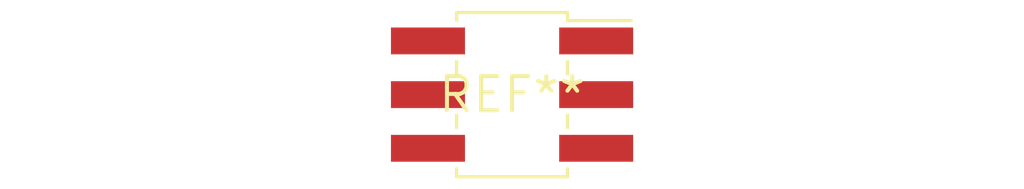
<source format=kicad_pcb>
(kicad_pcb (version 20240108) (generator pcbnew)
  (layers (0 "F.Cu" signal) (31 "B.Cu" signal) (34 "B.Paste" user) (35 "F.Paste" user) (36 "B.SilkS" user "B.Silkscreen") (37 "F.SilkS" user "F.Silkscreen") (38 "B.Mask" user) (39 "F.Mask" user) (44 "Edge.Cuts" user))
  (net 0 "")
  (footprint "PinSocket_2x03_P2.00mm_Vertical_SMD" (layer "F.Cu") (at 0 0)
    (property "Reference" "REF**")
    (property "Value" "PinSocket_2x03_P2.00mm_Vertical_SMD")
    (fp_line (start -2.06 -3.06) (end -2.06 -2.76) (layer "F.SilkS") (stroke (width 0.12)))
    (fp_line (start -2.06 -3.06) (end 2.06 -3.06) (layer "F.SilkS") (stroke (width 0.12)))
    (fp_line (start -2.06 -1.24) (end -2.06 -0.76) (layer "F.SilkS") (stroke (width 0.12)))
    (fp_line (start -2.06 0.76) (end -2.06 1.24) (layer "F.SilkS") (stroke (width 0.12)))
    (fp_line (start -2.06 2.76) (end -2.06 3.06) (layer "F.SilkS") (stroke (width 0.12)))
    (fp_line (start -2.06 3.06) (end 2.06 3.06) (layer "F.SilkS") (stroke (width 0.12)))
    (fp_line (start 2.06 -3.06) (end 2.06 -2.76) (layer "F.SilkS") (stroke (width 0.12)))
    (fp_line (start 2.06 -2.76) (end 4.44 -2.76) (layer "F.SilkS") (stroke (width 0.12)))
    (fp_line (start 2.06 -1.24) (end 2.06 -0.76) (layer "F.SilkS") (stroke (width 0.12)))
    (fp_line (start 2.06 0.76) (end 2.06 1.24) (layer "F.SilkS") (stroke (width 0.12)))
    (fp_line (start 2.06 2.76) (end 2.06 3.06) (layer "F.SilkS") (stroke (width 0.12)))
    (pad "1" smd rect (at 3.125 -2) (size 2.75 1) (layers "F.Cu" "F.Paste" "F.Mask"))
    (pad "2" smd rect (at -3.125 -2) (size 2.75 1) (layers "F.Cu" "F.Paste" "F.Mask"))
    (pad "3" smd rect (at 3.125 0) (size 2.75 1) (layers "F.Cu" "F.Paste" "F.Mask"))
    (pad "4" smd rect (at -3.125 0) (size 2.75 1) (layers "F.Cu" "F.Paste" "F.Mask"))
    (pad "5" smd rect (at 3.125 2) (size 2.75 1) (layers "F.Cu" "F.Paste" "F.Mask"))
    (pad "6" smd rect (at -3.125 2) (size 2.75 1) (layers "F.Cu" "F.Paste" "F.Mask"))
  )
)
</source>
